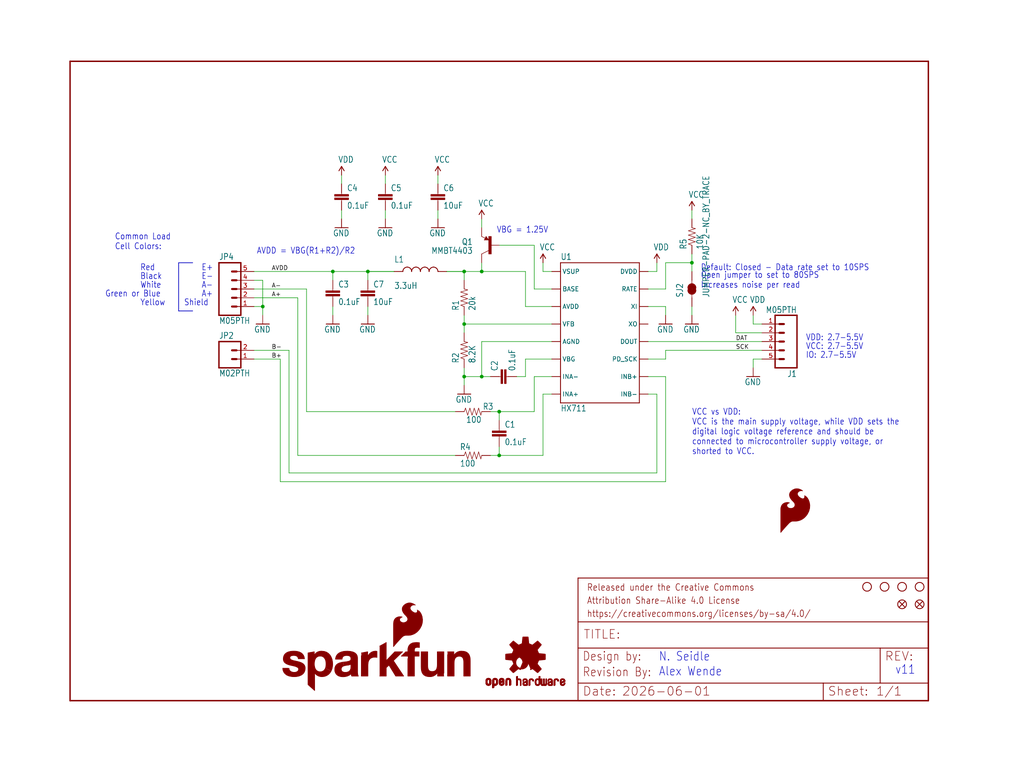
<source format=kicad_sch>
(kicad_sch (version 20231120) (generator "eeschema") (generator_version "8.0")
  (paper "User" 297.002 223.926)
  (lib_symbols
    (symbol "Load Cell and Amplifier-eagle-import:0.1UF-25V-5%(0603)"
      (property "Reference" "C" (at 1.524 2.921 0))
      (symbol "0.1UF-25V-5%(0603)_1_0"
        (pin passive line (at 0 5.08 270) (length 2.54) (name "1") (number "1"))
        (pin passive line (at 0 -2.54 90) (length 2.54) (name "2") (number "2"))
      )
    )
    (symbol "Load Cell and Amplifier-eagle-import:100OHM-1/10W-1%(0603)"
      (property "Reference" "R" (at -3.81 1.4986 0))
      (symbol "100OHM-1/10W-1%(0603)_1_0"
        (pin passive line (at -5.08 0 0) (length 2.54) (name "1") (number "1"))
        (pin passive line (at 5.08 0 180) (length 2.54) (name "2") (number "2"))
      )
    )
    (symbol "Load Cell and Amplifier-eagle-import:10KOHM-1/10W-1%(0603)0603"
      (property "Reference" "R" (at -3.81 1.4986 0))
      (symbol "10KOHM-1/10W-1%(0603)0603_1_0"
        (pin passive line (at -5.08 0 0) (length 2.54) (name "1") (number "1"))
        (pin passive line (at 5.08 0 180) (length 2.54) (name "2") (number "2"))
      )
    )
    (symbol "Load Cell and Amplifier-eagle-import:10UF50V20%(1210)"
      (property "Reference" "C" (at 1.524 2.921 0))
      (symbol "10UF50V20%(1210)_1_0"
        (pin passive line (at 0 5.08 270) (length 2.54) (name "1") (number "1"))
        (pin passive line (at 0 -2.54 90) (length 2.54) (name "2") (number "2"))
      )
    )
    (symbol "Load Cell and Amplifier-eagle-import:20KOHM1/10W1%(0603)"
      (property "Reference" "R" (at -3.81 1.4986 0))
      (symbol "20KOHM1/10W1%(0603)_1_0"
        (pin passive line (at -5.08 0 0) (length 2.54) (name "1") (number "1"))
        (pin passive line (at 5.08 0 180) (length 2.54) (name "2") (number "2"))
      )
    )
    (symbol "Load Cell and Amplifier-eagle-import:8.2KOHM-1/10W-5%(0603)"
      (property "Reference" "R" (at -3.81 1.4986 0))
      (symbol "8.2KOHM-1/10W-5%(0603)_1_0"
        (pin passive line (at -5.08 0 0) (length 2.54) (name "1") (number "1"))
        (pin passive line (at 5.08 0 180) (length 2.54) (name "2") (number "2"))
      )
    )
    (symbol "Load Cell and Amplifier-eagle-import:FIDUCIAL1X2")
    (symbol "Load Cell and Amplifier-eagle-import:FRAME-LETTER"
      (symbol "FRAME-LETTER_2_0"
        (text "${#}/${##}" (at 86.36 1.27 0) (effects (font (size 2.54 2.54)) (justify left bottom)))
        (text "${CURRENT_DATE}" (at 12.7 1.27 0) (effects (font (size 2.54 2.54)) (justify left bottom)))
        (text "${PROJECTNAME}" (at 15.494 17.78 0) (effects (font (size 2.7432 2.7432)) (justify left bottom)))
        (text "Attribution Share-Alike 4.0 License" (at 2.54 27.94 0) (effects (font (size 1.9304 1.6408)) (justify left bottom)))
        (text "Date:" (at 1.27 1.27 0) (effects (font (size 2.54 2.54)) (justify left bottom)))
        (text "Design by:" (at 1.27 11.43 0) (effects (font (size 2.54 2.159)) (justify left bottom)))
        (text "https://creativecommons.org/licenses/by-sa/4.0/" (at 2.54 24.13 0) (effects (font (size 1.9304 1.6408)) (justify left bottom)))
        (text "Released under the Creative Commons" (at 2.54 31.75 0) (effects (font (size 1.9304 1.6408)) (justify left bottom)))
        (text "REV:" (at 88.9 11.43 0) (effects (font (size 2.54 2.54)) (justify left bottom)))
        (text "Sheet:" (at 72.39 1.27 0) (effects (font (size 2.54 2.54)) (justify left bottom)))
        (text "TITLE:" (at 1.524 17.78 0) (effects (font (size 2.54 2.54)) (justify left bottom)))
      )
    )
    (symbol "Load Cell and Amplifier-eagle-import:GND" (power)
      (symbol "GND_1_0"
        (pin power_in line (at 0 2.54 270) (length 2.54) (name "GND") (number "1"))
      )
    )
    (symbol "Load Cell and Amplifier-eagle-import:HX711HX711"
      (symbol "HX711HX711_1_0"
        (pin bidirectional line (at -15.24 17.78 0) (length 2.54) (name "VSUP") (number "1"))
        (pin bidirectional line (at 12.7 -12.7 180) (length 2.54) (name "INB+") (number "10"))
        (pin bidirectional line (at 12.7 -7.62 180) (length 2.54) (name "PD_SCK") (number "11"))
        (pin bidirectional line (at 12.7 -2.54 180) (length 2.54) (name "DOUT") (number "12"))
        (pin bidirectional line (at 12.7 2.54 180) (length 2.54) (name "XO") (number "13"))
        (pin bidirectional line (at 12.7 7.62 180) (length 2.54) (name "XI") (number "14"))
        (pin bidirectional line (at 12.7 12.7 180) (length 2.54) (name "RATE") (number "15"))
        (pin bidirectional line (at 12.7 17.78 180) (length 2.54) (name "DVDD") (number "16"))
        (pin bidirectional line (at -15.24 12.7 0) (length 2.54) (name "BASE") (number "2"))
        (pin bidirectional line (at -15.24 7.62 0) (length 2.54) (name "AVDD") (number "3"))
        (pin bidirectional line (at -15.24 2.54 0) (length 2.54) (name "VFB") (number "4"))
        (pin bidirectional line (at -15.24 -2.54 0) (length 2.54) (name "AGND") (number "5"))
        (pin bidirectional line (at -15.24 -7.62 0) (length 2.54) (name "VBG") (number "6"))
        (pin bidirectional line (at -15.24 -12.7 0) (length 2.54) (name "INA-") (number "7"))
        (pin bidirectional line (at -15.24 -17.78 0) (length 2.54) (name "INA+") (number "8"))
        (pin bidirectional line (at 12.7 -17.78 180) (length 2.54) (name "INB-") (number "9"))
      )
    )
    (symbol "Load Cell and Amplifier-eagle-import:INDUCTOR0805-IND"
      (property "Reference" "L" (at 2.54 5.08 0))
      (symbol "INDUCTOR0805-IND_1_0"
        (pin passive line (at 0 7.62 270) (length 2.54) (name "1") (number "1"))
        (pin passive line (at 0 -7.62 90) (length 2.54) (name "2") (number "2"))
      )
    )
    (symbol "Load Cell and Amplifier-eagle-import:JUMPER-PAD-2-NC_BY_TRACE"
      (property "Reference" "JP" (at -2.54 2.54 0))
      (symbol "JUMPER-PAD-2-NC_BY_TRACE_1_0"
        (pin passive line (at -5.08 0 0) (length 2.54) (name "1") (number "1"))
        (pin passive line (at 5.08 0 180) (length 2.54) (name "2") (number "2"))
      )
    )
    (symbol "Load Cell and Amplifier-eagle-import:M02PTH"
      (property "Reference" "J" (at -2.54 5.842 0))
      (symbol "M02PTH_1_0"
        (pin passive line (at 7.62 0 180) (length 5.08) (name "1") (number "1"))
        (pin passive line (at 7.62 2.54 180) (length 5.08) (name "2") (number "2"))
      )
    )
    (symbol "Load Cell and Amplifier-eagle-import:M05PTH"
      (property "Reference" "J" (at -2.54 8.382 0))
      (symbol "M05PTH_1_0"
        (pin passive line (at 7.62 -5.08 180) (length 5.08) (name "1") (number "1"))
        (pin passive line (at 7.62 -2.54 180) (length 5.08) (name "2") (number "2"))
        (pin passive line (at 7.62 0 180) (length 5.08) (name "3") (number "3"))
        (pin passive line (at 7.62 2.54 180) (length 5.08) (name "4") (number "4"))
        (pin passive line (at 7.62 5.08 180) (length 5.08) (name "5") (number "5"))
      )
    )
    (symbol "Load Cell and Amplifier-eagle-import:OSHW-LOGOS")
    (symbol "Load Cell and Amplifier-eagle-import:REVISION"
      (symbol "REVISION_1_0"
        (text "Revision By:" (at 0 0 0) (effects (font (size 2.54 2.159)) (justify left bottom)))
      )
    )
    (symbol "Load Cell and Amplifier-eagle-import:SFE_LOGO_FLAME.1_INCH")
    (symbol "Load Cell and Amplifier-eagle-import:SFE_LOGO_NAME_FLAME.1_INCH")
    (symbol "Load Cell and Amplifier-eagle-import:STAND-OFF")
    (symbol "Load Cell and Amplifier-eagle-import:TRANSISTOR_PNPMMBT4403"
      (property "Reference" "Q" (at 5.08 0 0))
      (symbol "TRANSISTOR_PNPMMBT4403_1_0"
        (pin passive line (at -2.54 0 0) (length 2.54) (name "B") (number "1"))
        (pin passive line (at 2.54 5.08 270) (length 2.54) (name "E") (number "2"))
        (pin passive line (at 2.54 -5.08 90) (length 2.54) (name "C") (number "3"))
      )
    )
    (symbol "Load Cell and Amplifier-eagle-import:VCC" (power)
      (symbol "VCC_1_0"
        (pin power_in line (at 0 0 90) (length 2.54) (name "VCC") (number "1"))
      )
    )
    (symbol "Load Cell and Amplifier-eagle-import:VDD" (power)
      (symbol "VDD_1_0"
        (pin power_in line (at 0 0 90) (length 2.54) (name "VDD") (number "1"))
      )
    )
  )
  (junction (at 134.62 93.98))
  (junction (at 96.52 78.74))
  (junction (at 139.7 78.74))
  (junction (at 106.68 78.74))
  (junction (at 200.66 76.2))
  (junction (at 144.78 132.08))
  (junction (at 139.7 109.22))
  (junction (at 144.78 119.38))
  (junction (at 134.62 78.74))
  (junction (at 134.62 109.22))
  (junction (at 76.2 88.9))
  (wire (pts (xy 111.76 63.5) (xy 111.76 60.96)) (stroke (width 0.1524)))
  (wire (pts (xy 129.54 78.74) (xy 134.62 78.74)) (stroke (width 0.2032)))
  (wire (pts (xy 88.9 119.38) (xy 88.9 83.82)) (stroke (width 0.1524)))
  (wire (pts (xy 187.96 83.82) (xy 193.04 83.82)) (stroke (width 0.1524)))
  (wire (pts (xy 157.48 76.2) (xy 157.48 78.74)) (stroke (width 0.1524)))
  (wire (pts (xy 187.96 109.22) (xy 193.04 109.22)) (stroke (width 0.1524)))
  (wire (pts (xy 193.04 88.9) (xy 193.04 91.44)) (stroke (width 0.1524)))
  (wire (pts (xy 160.02 83.82) (xy 154.94 83.82)) (stroke (width 0.1524)))
  (wire (pts (xy 127 60.96) (xy 127 63.5)) (stroke (width 0.1524)))
  (wire (pts (xy 106.68 91.44) (xy 106.68 88.9)) (stroke (width 0.1524)))
  (wire (pts (xy 139.7 99.06) (xy 139.7 109.22)) (stroke (width 0.1524)))
  (wire (pts (xy 139.7 76.2) (xy 139.7 78.74)) (stroke (width 0.1524)))
  (wire (pts (xy 190.5 78.74) (xy 190.5 76.2)) (stroke (width 0.1524)))
  (wire (pts (xy 200.66 63.5) (xy 200.66 60.96)) (stroke (width 0.1524)))
  (wire (pts (xy 139.7 63.5) (xy 139.7 66.04)) (stroke (width 0.1524)))
  (wire (pts (xy 106.68 78.74) (xy 106.68 81.28)) (stroke (width 0.1524)))
  (wire (pts (xy 132.08 132.08) (xy 86.36 132.08)) (stroke (width 0.1524)))
  (wire (pts (xy 160.02 93.98) (xy 134.62 93.98)) (stroke (width 0.1524)))
  (wire (pts (xy 81.28 139.7) (xy 81.28 104.14)) (stroke (width 0.1524)))
  (wire (pts (xy 160.02 109.22) (xy 154.94 109.22)) (stroke (width 0.1524)))
  (wire (pts (xy 96.52 88.9) (xy 96.52 91.44)) (stroke (width 0.1524)))
  (wire (pts (xy 160.02 88.9) (xy 152.4 88.9)) (stroke (width 0.1524)))
  (wire (pts (xy 200.66 76.2) (xy 193.04 76.2)) (stroke (width 0.1524)))
  (wire (pts (xy 83.82 101.6) (xy 73.66 101.6)) (stroke (width 0.1524)))
  (wire (pts (xy 190.5 137.16) (xy 83.82 137.16)) (stroke (width 0.1524)))
  (wire (pts (xy 218.44 104.14) (xy 218.44 106.68)) (stroke (width 0.1524)))
  (wire (pts (xy 160.02 104.14) (xy 152.4 104.14)) (stroke (width 0.1524)))
  (wire (pts (xy 187.96 104.14) (xy 193.04 104.14)) (stroke (width 0.1524)))
  (wire (pts (xy 152.4 88.9) (xy 152.4 78.74)) (stroke (width 0.1524)))
  (wire (pts (xy 193.04 139.7) (xy 81.28 139.7)) (stroke (width 0.1524)))
  (wire (pts (xy 134.62 106.68) (xy 134.62 109.22)) (stroke (width 0.1524)))
  (wire (pts (xy 220.98 104.14) (xy 218.44 104.14)) (stroke (width 0.1524)))
  (wire (pts (xy 73.66 81.28) (xy 76.2 81.28)) (stroke (width 0.1524)))
  (wire (pts (xy 152.4 109.22) (xy 149.86 109.22)) (stroke (width 0.1524)))
  (wire (pts (xy 106.68 78.74) (xy 114.3 78.74)) (stroke (width 0.2032)))
  (wire (pts (xy 144.78 129.54) (xy 144.78 132.08)) (stroke (width 0.1524)))
  (wire (pts (xy 76.2 81.28) (xy 76.2 88.9)) (stroke (width 0.1524)))
  (wire (pts (xy 193.04 101.6) (xy 220.98 101.6)) (stroke (width 0.1524)))
  (wire (pts (xy 154.94 119.38) (xy 144.78 119.38)) (stroke (width 0.1524)))
  (wire (pts (xy 132.08 119.38) (xy 88.9 119.38)) (stroke (width 0.1524)))
  (wire (pts (xy 220.98 96.52) (xy 213.36 96.52)) (stroke (width 0.1524)))
  (wire (pts (xy 144.78 71.12) (xy 154.94 71.12)) (stroke (width 0.1524)))
  (wire (pts (xy 134.62 93.98) (xy 134.62 91.44)) (stroke (width 0.1524)))
  (wire (pts (xy 83.82 137.16) (xy 83.82 101.6)) (stroke (width 0.1524)))
  (wire (pts (xy 213.36 96.52) (xy 213.36 91.44)) (stroke (width 0.1524)))
  (wire (pts (xy 144.78 121.92) (xy 144.78 119.38)) (stroke (width 0.1524)))
  (wire (pts (xy 160.02 114.3) (xy 157.48 114.3)) (stroke (width 0.1524)))
  (wire (pts (xy 106.68 78.74) (xy 96.52 78.74)) (stroke (width 0.1524)))
  (wire (pts (xy 218.44 91.44) (xy 218.44 93.98)) (stroke (width 0.1524)))
  (wire (pts (xy 73.66 88.9) (xy 76.2 88.9)) (stroke (width 0.1524)))
  (wire (pts (xy 81.28 104.14) (xy 73.66 104.14)) (stroke (width 0.1524)))
  (wire (pts (xy 86.36 86.36) (xy 73.66 86.36)) (stroke (width 0.1524)))
  (wire (pts (xy 193.04 109.22) (xy 193.04 139.7)) (stroke (width 0.1524)))
  (polyline (pts (xy 51.816 76.2) (xy 51.816 90.17)) (stroke (width 0.2032) (type solid)))
  (wire (pts (xy 134.62 111.76) (xy 134.62 109.22)) (stroke (width 0.1524)))
  (wire (pts (xy 134.62 96.52) (xy 134.62 93.98)) (stroke (width 0.1524)))
  (wire (pts (xy 134.62 81.28) (xy 134.62 78.74)) (stroke (width 0.1524)))
  (wire (pts (xy 157.48 114.3) (xy 157.48 132.08)) (stroke (width 0.1524)))
  (polyline (pts (xy 51.816 76.2) (xy 55.88 76.2)) (stroke (width 0.2032) (type solid)))
  (wire (pts (xy 76.2 88.9) (xy 76.2 91.44)) (stroke (width 0.1524)))
  (wire (pts (xy 187.96 78.74) (xy 190.5 78.74)) (stroke (width 0.1524)))
  (wire (pts (xy 154.94 71.12) (xy 154.94 83.82)) (stroke (width 0.1524)))
  (wire (pts (xy 200.66 73.66) (xy 200.66 76.2)) (stroke (width 0.1524)))
  (wire (pts (xy 193.04 76.2) (xy 193.04 83.82)) (stroke (width 0.1524)))
  (wire (pts (xy 139.7 78.74) (xy 134.62 78.74)) (stroke (width 0.1524)))
  (wire (pts (xy 190.5 114.3) (xy 190.5 137.16)) (stroke (width 0.1524)))
  (wire (pts (xy 86.36 132.08) (xy 86.36 86.36)) (stroke (width 0.1524)))
  (wire (pts (xy 144.78 119.38) (xy 142.24 119.38)) (stroke (width 0.1524)))
  (wire (pts (xy 218.44 93.98) (xy 220.98 93.98)) (stroke (width 0.1524)))
  (wire (pts (xy 157.48 132.08) (xy 144.78 132.08)) (stroke (width 0.1524)))
  (polyline (pts (xy 51.816 90.17) (xy 55.88 90.17)) (stroke (width 0.2032) (type solid)))
  (wire (pts (xy 187.96 99.06) (xy 220.98 99.06)) (stroke (width 0.1524)))
  (wire (pts (xy 99.06 50.8) (xy 99.06 53.34)) (stroke (width 0.1524)))
  (wire (pts (xy 157.48 78.74) (xy 160.02 78.74)) (stroke (width 0.1524)))
  (wire (pts (xy 152.4 104.14) (xy 152.4 109.22)) (stroke (width 0.1524)))
  (wire (pts (xy 99.06 63.5) (xy 99.06 60.96)) (stroke (width 0.1524)))
  (wire (pts (xy 127 53.34) (xy 127 50.8)) (stroke (width 0.1524)))
  (wire (pts (xy 152.4 78.74) (xy 139.7 78.74)) (stroke (width 0.1524)))
  (wire (pts (xy 193.04 104.14) (xy 193.04 101.6)) (stroke (width 0.1524)))
  (wire (pts (xy 187.96 114.3) (xy 190.5 114.3)) (stroke (width 0.1524)))
  (wire (pts (xy 142.24 109.22) (xy 139.7 109.22)) (stroke (width 0.1524)))
  (wire (pts (xy 139.7 109.22) (xy 134.62 109.22)) (stroke (width 0.1524)))
  (wire (pts (xy 154.94 109.22) (xy 154.94 119.38)) (stroke (width 0.1524)))
  (wire (pts (xy 88.9 83.82) (xy 73.66 83.82)) (stroke (width 0.1524)))
  (wire (pts (xy 96.52 81.28) (xy 96.52 78.74)) (stroke (width 0.1524)))
  (wire (pts (xy 200.66 76.2) (xy 200.66 78.74)) (stroke (width 0.1524)))
  (wire (pts (xy 200.66 88.9) (xy 200.66 91.44)) (stroke (width 0.1524)))
  (wire (pts (xy 96.52 78.74) (xy 73.66 78.74)) (stroke (width 0.1524)))
  (wire (pts (xy 111.76 50.8) (xy 111.76 53.34)) (stroke (width 0.1524)))
  (wire (pts (xy 144.78 132.08) (xy 142.24 132.08)) (stroke (width 0.1524)))
  (wire (pts (xy 187.96 88.9) (xy 193.04 88.9)) (stroke (width 0.1524)))
  (wire (pts (xy 160.02 99.06) (xy 139.7 99.06)) (stroke (width 0.1524)))
  (text "VCC: 2.7-5.5V" (at 233.68 101.6 0) (effects (font (size 1.778 1.5113)) (justify left bottom)))
  (text "Common Load\nCell Colors:" (at 33.274 72.644 0) (effects (font (size 1.778 1.5113)) (justify left bottom)))
  (text "Red" (at 40.64 78.74 0) (effects (font (size 1.778 1.5113)) (justify left bottom)))
  (text "Black" (at 40.64 81.28 0) (effects (font (size 1.778 1.5113)) (justify left bottom)))
  (text "A+" (at 58.42 86.36 0) (effects (font (size 1.778 1.5113)) (justify left bottom)))
  (text "Open jumper to set to 80SPS\nIncreases noise per read" (at 203.2 83.82 0) (effects (font (size 1.778 1.5113)) (justify left bottom)))
  (text "E-" (at 58.42 81.28 0) (effects (font (size 1.778 1.5113)) (justify left bottom)))
  (text "Default: Closed - Data rate set to 10SPS" (at 203.2 78.74 0) (effects (font (size 1.778 1.5113)) (justify left bottom)))
  (text "White" (at 40.64 83.82 0) (effects (font (size 1.778 1.5113)) (justify left bottom)))
  (text "E+" (at 58.42 78.74 0) (effects (font (size 1.778 1.5113)) (justify left bottom)))
  (text "VDD: 2.7-5.5V" (at 233.68 99.06 0) (effects (font (size 1.778 1.5113)) (justify left bottom)))
  (text "N. Seidle" (at 191.008 192.024 0) (effects (font (size 2.54 2.159)) (justify left bottom)))
  (text "VCC vs VDD:\nVCC is the main supply voltage, while VDD sets the\ndigital logic voltage reference and should be\nconnected to microcontroller supply voltage, or\nshorted to VCC." (at 200.66 132.08 0) (effects (font (size 1.778 1.5113)) (justify left bottom)))
  (text "Yellow" (at 40.64 88.9 0) (effects (font (size 1.778 1.5113)) (justify left bottom)))
  (text "IO: 2.7-5.5V" (at 233.68 104.14 0) (effects (font (size 1.778 1.5113)) (justify left bottom)))
  (text "VBG = 1.25V" (at 144.018 67.818 0) (effects (font (size 1.778 1.5113)) (justify left bottom)))
  (text "AVDD = VBG(R1+R2)/R2" (at 74.422 73.914 0) (effects (font (size 1.778 1.5113)) (justify left bottom)))
  (text "v11" (at 259.588 195.834 0) (effects (font (size 2.54 2.159)) (justify left bottom)))
  (text "Shield" (at 53.34 88.9 0) (effects (font (size 1.778 1.5113)) (justify left bottom)))
  (text "Alex Wende" (at 191.008 196.342 0) (effects (font (size 2.54 2.159)) (justify left bottom)))
  (text "A-" (at 58.42 83.82 0) (effects (font (size 1.778 1.5113)) (justify left bottom)))
  (text "Green or Blue" (at 30.48 86.36 0) (effects (font (size 1.778 1.5113)) (justify left bottom)))
  (label "A-" (at 78.74 83.82 0) (effects (font (size 1.2446 1.2446))))
  (label "A+" (at 78.74 86.36 0) (effects (font (size 1.2446 1.2446))))
  (label "B-" (at 78.74 101.6 0) (effects (font (size 1.2446 1.2446))))
  (label "SCK" (at 213.36 101.6 0) (effects (font (size 1.2446 1.2446))))
  (label "B+" (at 78.74 104.14 0) (effects (font (size 1.2446 1.2446))))
  (label "AVDD" (at 78.74 78.74 0) (effects (font (size 1.2446 1.2446))))
  (label "DAT" (at 213.36 99.06 0) (effects (font (size 1.2446 1.2446))))
  (symbol (lib_id "Load Cell and Amplifier-eagle-import:VCC") (at 127 50.8 0) (unit 1)
    (property "Reference" "#SUPPLY2" (effects (hide yes)))
    (property "Value" "VCC" (at 125.984 47.244 0) (effects (font (size 1.778 1.5113)) (justify left bottom)))
  )
  (symbol (lib_id "Load Cell and Amplifier-eagle-import:VDD") (at 218.44 91.44 0) (unit 1)
    (property "Reference" "#SUPPLY8" (effects (hide yes)))
    (property "Value" "VDD" (at 217.424 87.884 0) (effects (font (size 1.778 1.5113)) (justify left bottom)))
  )
  (symbol (lib_id "Load Cell and Amplifier-eagle-import:VCC") (at 200.66 60.96 0) (unit 1)
    (property "Reference" "#SUPPLY6" (effects (hide yes)))
    (property "Value" "VCC" (at 199.644 57.404 0) (effects (font (size 1.778 1.5113)) (justify left bottom)))
  )
  (symbol (lib_id "Load Cell and Amplifier-eagle-import:VCC") (at 111.76 50.8 0) (unit 1)
    (property "Reference" "#SUPPLY7" (effects (hide yes)))
    (property "Value" "VCC" (at 110.744 47.244 0) (effects (font (size 1.778 1.5113)) (justify left bottom)))
  )
  (symbol (lib_id "Load Cell and Amplifier-eagle-import:VCC") (at 213.36 91.44 0) (unit 1)
    (property "Reference" "#SUPPLY5" (effects (hide yes)))
    (property "Value" "VCC" (at 212.344 87.884 0) (effects (font (size 1.778 1.5113)) (justify left bottom)))
  )
  (symbol (lib_id "Load Cell and Amplifier-eagle-import:TRANSISTOR_PNPMMBT4403") (at 142.24 71.12 0) (mirror y) (unit 1)
    (property "Reference" "Q1" (at 137.16 71.12 0) (effects (font (size 1.778 1.5113)) (justify left bottom)))
    (property "Value" "MMBT4403" (at 137.16 73.66 0) (effects (font (size 1.778 1.5113)) (justify left bottom)))
    (property "Footprint" "Load Cell and Amplifier:SOT23-3" (effects (hide yes)))
  )
  (symbol (lib_id "Load Cell and Amplifier-eagle-import:M02PTH") (at 66.04 104.14 0) (unit 1)
    (property "Reference" "JP2" (at 63.5 98.298 0) (effects (font (size 1.778 1.5113)) (justify left bottom)))
    (property "Value" "M02PTH" (at 63.5 109.22 0) (effects (font (size 1.778 1.5113)) (justify left bottom)))
    (property "Footprint" "Load Cell and Amplifier:1X02" (effects (hide yes)))
  )
  (symbol (lib_id "Load Cell and Amplifier-eagle-import:STAND-OFF") (at 261.62 170.18 0) (unit 1)
    (property "Reference" "STANDOFF2" (effects (hide yes)))
    (property "Value" "STAND-OFF" (effects (hide yes)))
    (property "Footprint" "Load Cell and Amplifier:STAND-OFF" (effects (hide yes)))
  )
  (symbol (lib_id "Load Cell and Amplifier-eagle-import:STAND-OFF") (at 256.54 170.18 0) (unit 1)
    (property "Reference" "STANDOFF3" (effects (hide yes)))
    (property "Value" "STAND-OFF" (effects (hide yes)))
    (property "Footprint" "Load Cell and Amplifier:STAND-OFF" (effects (hide yes)))
  )
  (symbol (lib_id "Load Cell and Amplifier-eagle-import:GND") (at 127 66.04 0) (unit 1)
    (property "Reference" "#GND3" (effects (hide yes)))
    (property "Value" "GND" (at 124.46 68.58 0) (effects (font (size 1.778 1.5113)) (justify left bottom)))
  )
  (symbol (lib_id "Load Cell and Amplifier-eagle-import:0.1UF-25V-5%(0603)") (at 111.76 58.42 0) (unit 1)
    (property "Reference" "C5" (at 113.284 55.499 0) (effects (font (size 1.778 1.5113)) (justify left bottom)))
    (property "Value" "0.1uF" (at 113.284 60.579 0) (effects (font (size 1.778 1.5113)) (justify left bottom)))
    (property "Footprint" "Load Cell and Amplifier:0603-CAP" (effects (hide yes)))
  )
  (symbol (lib_id "Load Cell and Amplifier-eagle-import:0.1UF-25V-5%(0603)") (at 147.32 109.22 90) (unit 1)
    (property "Reference" "C2" (at 144.399 107.696 0) (effects (font (size 1.778 1.5113)) (justify left bottom)))
    (property "Value" "0.1uF" (at 149.479 107.696 0) (effects (font (size 1.778 1.5113)) (justify left bottom)))
    (property "Footprint" "Load Cell and Amplifier:0603-CAP" (effects (hide yes)))
  )
  (symbol (lib_id "Load Cell and Amplifier-eagle-import:0.1UF-25V-5%(0603)") (at 99.06 58.42 0) (unit 1)
    (property "Reference" "C4" (at 100.584 55.499 0) (effects (font (size 1.778 1.5113)) (justify left bottom)))
    (property "Value" "0.1uF" (at 100.584 60.579 0) (effects (font (size 1.778 1.5113)) (justify left bottom)))
    (property "Footprint" "Load Cell and Amplifier:0603-CAP" (effects (hide yes)))
  )
  (symbol (lib_id "Load Cell and Amplifier-eagle-import:FRAME-LETTER") (at 20.32 203.2 0) (unit 1)
    (property "Reference" "FRAME1" (effects (hide yes)))
    (property "Value" "FRAME-LETTER" (effects (hide yes)))
    (property "Footprint" "Load Cell and Amplifier:CREATIVE_COMMONS" (effects (hide yes)))
  )
  (symbol (lib_id "Load Cell and Amplifier-eagle-import:0.1UF-25V-5%(0603)") (at 144.78 127 0) (unit 1)
    (property "Reference" "C1" (at 146.304 124.079 0) (effects (font (size 1.778 1.5113)) (justify left bottom)))
    (property "Value" "0.1uF" (at 146.304 129.159 0) (effects (font (size 1.778 1.5113)) (justify left bottom)))
    (property "Footprint" "Load Cell and Amplifier:0603-CAP" (effects (hide yes)))
  )
  (symbol (lib_id "Load Cell and Amplifier-eagle-import:M05PTH") (at 66.04 83.82 0) (unit 1)
    (property "Reference" "JP4" (at 63.5 75.438 0) (effects (font (size 1.778 1.5113)) (justify left bottom)))
    (property "Value" "M05PTH" (at 63.5 93.98 0) (effects (font (size 1.778 1.5113)) (justify left bottom)))
    (property "Footprint" "Load Cell and Amplifier:1X05" (effects (hide yes)))
  )
  (symbol (lib_id "Load Cell and Amplifier-eagle-import:10UF50V20%(1210)") (at 127 58.42 0) (unit 1)
    (property "Reference" "C6" (at 128.524 55.499 0) (effects (font (size 1.778 1.5113)) (justify left bottom)))
    (property "Value" "10uF" (at 128.524 60.579 0) (effects (font (size 1.778 1.5113)) (justify left bottom)))
    (property "Footprint" "Load Cell and Amplifier:1210" (effects (hide yes)))
  )
  (symbol (lib_id "Load Cell and Amplifier-eagle-import:GND") (at 193.04 93.98 0) (unit 1)
    (property "Reference" "#GND2" (effects (hide yes)))
    (property "Value" "GND" (at 190.5 96.52 0) (effects (font (size 1.778 1.5113)) (justify left bottom)))
  )
  (symbol (lib_id "Load Cell and Amplifier-eagle-import:GND") (at 111.76 66.04 0) (unit 1)
    (property "Reference" "#GND8" (effects (hide yes)))
    (property "Value" "GND" (at 109.22 68.58 0) (effects (font (size 1.778 1.5113)) (justify left bottom)))
  )
  (symbol (lib_id "Load Cell and Amplifier-eagle-import:GND") (at 134.62 114.3 0) (unit 1)
    (property "Reference" "#GND9" (effects (hide yes)))
    (property "Value" "GND" (at 132.08 116.84 0) (effects (font (size 1.778 1.5113)) (justify left bottom)))
  )
  (symbol (lib_id "Load Cell and Amplifier-eagle-import:GND") (at 218.44 109.22 0) (unit 1)
    (property "Reference" "#GND1" (effects (hide yes)))
    (property "Value" "GND" (at 215.9 111.76 0) (effects (font (size 1.778 1.5113)) (justify left bottom)))
  )
  (symbol (lib_id "Load Cell and Amplifier-eagle-import:SFE_LOGO_FLAME.1_INCH") (at 226.06 154.94 0) (unit 1)
    (property "Reference" "LOGO3" (effects (hide yes)))
    (property "Value" "SFE_LOGO_FLAME.1_INCH" (effects (hide yes)))
    (property "Footprint" "Load Cell and Amplifier:SFE_LOGO_FLAME_.1" (effects (hide yes)))
  )
  (symbol (lib_id "Load Cell and Amplifier-eagle-import:10UF50V20%(1210)") (at 106.68 86.36 0) (unit 1)
    (property "Reference" "C7" (at 108.204 83.439 0) (effects (font (size 1.778 1.5113)) (justify left bottom)))
    (property "Value" "10uF" (at 108.204 88.519 0) (effects (font (size 1.778 1.5113)) (justify left bottom)))
    (property "Footprint" "Load Cell and Amplifier:1210" (effects (hide yes)))
  )
  (symbol (lib_id "Load Cell and Amplifier-eagle-import:VDD") (at 190.5 76.2 0) (unit 1)
    (property "Reference" "#SUPPLY4" (effects (hide yes)))
    (property "Value" "VDD" (at 189.484 72.644 0) (effects (font (size 1.778 1.5113)) (justify left bottom)))
  )
  (symbol (lib_id "Load Cell and Amplifier-eagle-import:GND") (at 99.06 66.04 0) (unit 1)
    (property "Reference" "#GND10" (effects (hide yes)))
    (property "Value" "GND" (at 96.52 68.58 0) (effects (font (size 1.778 1.5113)) (justify left bottom)))
  )
  (symbol (lib_id "Load Cell and Amplifier-eagle-import:100OHM-1/10W-1%(0603)") (at 137.16 119.38 0) (unit 1)
    (property "Reference" "R3" (at 139.954 118.872 0) (effects (font (size 1.778 1.5113)) (justify left bottom)))
    (property "Value" "100" (at 135.128 122.682 0) (effects (font (size 1.778 1.5113)) (justify left bottom)))
    (property "Footprint" "Load Cell and Amplifier:0603-RES" (effects (hide yes)))
  )
  (symbol (lib_id "Load Cell and Amplifier-eagle-import:FRAME-LETTER") (at 167.64 203.2 0) (unit 2)
    (property "Reference" "FRAME1" (effects (hide yes)))
    (property "Value" "FRAME-LETTER" (effects (hide yes)))
    (property "Footprint" "Load Cell and Amplifier:CREATIVE_COMMONS" (effects (hide yes)))
  )
  (symbol (lib_id "Load Cell and Amplifier-eagle-import:OSHW-LOGOS") (at 152.4 190.5 0) (unit 1)
    (property "Reference" "U7" (effects (hide yes)))
    (property "Value" "OSHW-LOGOS" (effects (hide yes)))
    (property "Footprint" "Load Cell and Amplifier:OSHW-LOGO-S" (effects (hide yes)))
  )
  (symbol (lib_id "Load Cell and Amplifier-eagle-import:100OHM-1/10W-1%(0603)") (at 137.16 132.08 0) (unit 1)
    (property "Reference" "R4" (at 133.35 130.5814 0) (effects (font (size 1.778 1.5113)) (justify left bottom)))
    (property "Value" "100" (at 133.35 135.382 0) (effects (font (size 1.778 1.5113)) (justify left bottom)))
    (property "Footprint" "Load Cell and Amplifier:0603-RES" (effects (hide yes)))
  )
  (symbol (lib_id "Load Cell and Amplifier-eagle-import:FIDUCIAL1X2") (at 266.7 175.26 0) (unit 1)
    (property "Reference" "FID1" (effects (hide yes)))
    (property "Value" "FIDUCIAL1X2" (effects (hide yes)))
    (property "Footprint" "Load Cell and Amplifier:FIDUCIAL-1X2" (effects (hide yes)))
  )
  (symbol (lib_id "Load Cell and Amplifier-eagle-import:GND") (at 76.2 93.98 0) (unit 1)
    (property "Reference" "#GND4" (effects (hide yes)))
    (property "Value" "GND" (at 73.66 96.52 0) (effects (font (size 1.778 1.5113)) (justify left bottom)))
  )
  (symbol (lib_id "Load Cell and Amplifier-eagle-import:INDUCTOR0805-IND") (at 121.92 78.74 90) (unit 1)
    (property "Reference" "L1" (at 114.3 76.2 90) (effects (font (size 1.778 1.5113)) (justify right top)))
    (property "Value" "3.3uH" (at 114.3 83.82 90) (effects (font (size 1.778 1.5113)) (justify right top)))
    (property "Footprint" "Load Cell and Amplifier:0805" (effects (hide yes)))
  )
  (symbol (lib_id "Load Cell and Amplifier-eagle-import:M05PTH") (at 228.6 99.06 180) (unit 1)
    (property "Reference" "J1" (at 231.14 107.442 0) (effects (font (size 1.778 1.5113)) (justify left bottom)))
    (property "Value" "M05PTH" (at 231.14 88.9 0) (effects (font (size 1.778 1.5113)) (justify left bottom)))
    (property "Footprint" "Load Cell and Amplifier:1X05" (effects (hide yes)))
  )
  (symbol (lib_id "Load Cell and Amplifier-eagle-import:VCC") (at 139.7 63.5 0) (unit 1)
    (property "Reference" "#SUPPLY1" (effects (hide yes)))
    (property "Value" "VCC" (at 138.684 59.944 0) (effects (font (size 1.778 1.5113)) (justify left bottom)))
  )
  (symbol (lib_id "Load Cell and Amplifier-eagle-import:GND") (at 200.66 93.98 0) (unit 1)
    (property "Reference" "#GND7" (effects (hide yes)))
    (property "Value" "GND" (at 198.12 96.52 0) (effects (font (size 1.778 1.5113)) (justify left bottom)))
  )
  (symbol (lib_id "Load Cell and Amplifier-eagle-import:SFE_LOGO_NAME_FLAME.1_INCH") (at 81.28 200.66 0) (unit 1)
    (property "Reference" "LOGO1" (effects (hide yes)))
    (property "Value" "SFE_LOGO_NAME_FLAME.1_INCH" (effects (hide yes)))
    (property "Footprint" "Load Cell and Amplifier:SFE_LOGO_NAME_FLAME_.1" (effects (hide yes)))
  )
  (symbol (lib_id "Load Cell and Amplifier-eagle-import:GND") (at 106.68 93.98 0) (unit 1)
    (property "Reference" "#GND5" (effects (hide yes)))
    (property "Value" "GND" (at 104.14 96.52 0) (effects (font (size 1.778 1.5113)) (justify left bottom)))
  )
  (symbol (lib_id "Load Cell and Amplifier-eagle-import:STAND-OFF") (at 266.7 170.18 0) (unit 1)
    (property "Reference" "STANDOFF1" (effects (hide yes)))
    (property "Value" "STAND-OFF" (effects (hide yes)))
    (property "Footprint" "Load Cell and Amplifier:STAND-OFF" (effects (hide yes)))
  )
  (symbol (lib_id "Load Cell and Amplifier-eagle-import:VCC") (at 157.48 76.2 0) (unit 1)
    (property "Reference" "#SUPPLY3" (effects (hide yes)))
    (property "Value" "VCC" (at 156.464 72.644 0) (effects (font (size 1.778 1.5113)) (justify left bottom)))
  )
  (symbol (lib_id "Load Cell and Amplifier-eagle-import:8.2KOHM-1/10W-5%(0603)") (at 134.62 101.6 90) (unit 1)
    (property "Reference" "R2" (at 133.1214 105.41 0) (effects (font (size 1.778 1.5113)) (justify left bottom)))
    (property "Value" "8.2K" (at 137.922 105.41 0) (effects (font (size 1.778 1.5113)) (justify left bottom)))
    (property "Footprint" "Load Cell and Amplifier:0603-RES" (effects (hide yes)))
  )
  (symbol (lib_id "Load Cell and Amplifier-eagle-import:20KOHM1/10W1%(0603)") (at 134.62 86.36 90) (unit 1)
    (property "Reference" "R1" (at 133.1214 90.17 0) (effects (font (size 1.778 1.5113)) (justify left bottom)))
    (property "Value" "20k" (at 137.922 90.17 0) (effects (font (size 1.778 1.5113)) (justify left bottom)))
    (property "Footprint" "Load Cell and Amplifier:0603-RES" (effects (hide yes)))
  )
  (symbol (lib_id "Load Cell and Amplifier-eagle-import:STAND-OFF") (at 251.46 170.18 0) (unit 1)
    (property "Reference" "STANDOFF4" (effects (hide yes)))
    (property "Value" "STAND-OFF" (effects (hide yes)))
    (property "Footprint" "Load Cell and Amplifier:STAND-OFF" (effects (hide yes)))
  )
  (symbol (lib_id "Load Cell and Amplifier-eagle-import:10KOHM-1/10W-1%(0603)0603") (at 200.66 68.58 90) (unit 1)
    (property "Reference" "R5" (at 199.1614 72.39 0) (effects (font (size 1.778 1.5113)) (justify left bottom)))
    (property "Value" "10K" (at 203.962 72.39 0) (effects (font (size 1.778 1.5113)) (justify left bottom)))
    (property "Footprint" "Load Cell and Amplifier:0603-RES" (effects (hide yes)))
  )
  (symbol (lib_id "Load Cell and Amplifier-eagle-import:VDD") (at 99.06 50.8 0) (unit 1)
    (property "Reference" "#SUPPLY9" (effects (hide yes)))
    (property "Value" "VDD" (at 98.044 47.244 0) (effects (font (size 1.778 1.5113)) (justify left bottom)))
  )
  (symbol (lib_id "Load Cell and Amplifier-eagle-import:FIDUCIAL1X2") (at 261.62 175.26 0) (unit 1)
    (property "Reference" "FID2" (effects (hide yes)))
    (property "Value" "FIDUCIAL1X2" (effects (hide yes)))
    (property "Footprint" "Load Cell and Amplifier:FIDUCIAL-1X2" (effects (hide yes)))
  )
  (symbol (lib_id "Load Cell and Amplifier-eagle-import:0.1UF-25V-5%(0603)") (at 96.52 86.36 0) (unit 1)
    (property "Reference" "C3" (at 98.044 83.439 0) (effects (font (size 1.778 1.5113)) (justify left bottom)))
    (property "Value" "0.1uF" (at 98.044 88.519 0) (effects (font (size 1.778 1.5113)) (justify left bottom)))
    (property "Footprint" "Load Cell and Amplifier:0603-CAP" (effects (hide yes)))
  )
  (symbol (lib_id "Load Cell and Amplifier-eagle-import:REVISION") (at 168.91 196.342 0) (unit 1)
    (property "Reference" "U$1" (effects (hide yes)))
    (property "Value" "REVISION" (effects (hide yes)))
    (property "Footprint" "Load Cell and Amplifier:REVISION" (effects (hide yes)))
  )
  (symbol (lib_id "Load Cell and Amplifier-eagle-import:GND") (at 96.52 93.98 0) (unit 1)
    (property "Reference" "#GND6" (effects (hide yes)))
    (property "Value" "GND" (at 93.98 96.52 0) (effects (font (size 1.778 1.5113)) (justify left bottom)))
  )
  (symbol (lib_id "Load Cell and Amplifier-eagle-import:JUMPER-PAD-2-NC_BY_TRACE") (at 200.66 83.82 90) (unit 1)
    (property "Reference" "SJ2" (at 198.12 86.36 0) (effects (font (size 1.778 1.5113)) (justify left bottom)))
    (property "Value" "JUMPER-PAD-2-NC_BY_TRACE" (at 205.74 86.36 0) (effects (font (size 1.778 1.5113)) (justify left bottom)))
    (property "Footprint" "Load Cell and Amplifier:PAD-JUMPER-2-NC_BY_TRACE_YES_SILK" (effects (hide yes)))
  )
  (symbol (lib_id "Load Cell and Amplifier-eagle-import:HX711HX711") (at 175.26 96.52 0) (unit 1)
    (property "Reference" "U1" (at 162.56 75.438 0) (effects (font (size 1.778 1.5113)) (justify left bottom)))
    (property "Value" "HX711" (at 162.56 119.38 0) (effects (font (size 1.778 1.5113)) (justify left bottom)))
    (property "Footprint" "Load Cell and Amplifier:SO16" (effects (hide yes)))
  )
)
</source>
